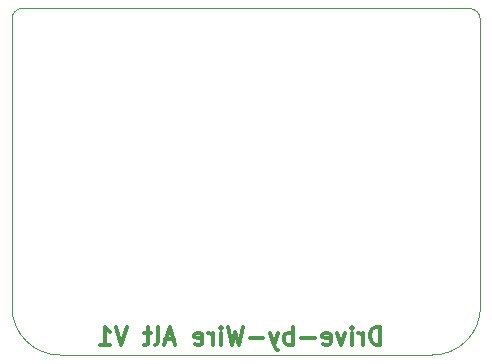
<source format=gbr>
G04 #@! TF.GenerationSoftware,KiCad,Pcbnew,(6.0.0)*
G04 #@! TF.CreationDate,2022-07-24T20:17:49-05:00*
G04 #@! TF.ProjectId,DriveByWireInputAltSTM32QFN28,44726976-6542-4795-9769-7265496e7075,rev?*
G04 #@! TF.SameCoordinates,Original*
G04 #@! TF.FileFunction,Legend,Bot*
G04 #@! TF.FilePolarity,Positive*
%FSLAX46Y46*%
G04 Gerber Fmt 4.6, Leading zero omitted, Abs format (unit mm)*
G04 Created by KiCad (PCBNEW (6.0.0)) date 2022-07-24 20:17:49*
%MOMM*%
%LPD*%
G01*
G04 APERTURE LIST*
G04 #@! TA.AperFunction,Profile*
%ADD10C,0.050000*%
G04 #@! TD*
%ADD11C,0.300000*%
G04 APERTURE END LIST*
D10*
X132588000Y-110680500D02*
G75*
G03*
X136652000Y-114744500I4064000J0D01*
G01*
X172239940Y-86360000D02*
X172250164Y-110667800D01*
X132588000Y-110680500D02*
X132588000Y-86296602D01*
X172239940Y-86360000D02*
G75*
G03*
X171279873Y-85389743I-965162J5095D01*
G01*
X168153080Y-114744500D02*
G75*
G03*
X172250164Y-110667800I22733J4074289D01*
G01*
X171279820Y-85389720D02*
X133489685Y-85389720D01*
X133489685Y-85389720D02*
G75*
G03*
X132588000Y-86296602I0J-901700D01*
G01*
X168153080Y-114744500D02*
X136652000Y-114744500D01*
D11*
X163781428Y-113858571D02*
X163781428Y-112358571D01*
X163424285Y-112358571D01*
X163210000Y-112430000D01*
X163067142Y-112572857D01*
X162995714Y-112715714D01*
X162924285Y-113001428D01*
X162924285Y-113215714D01*
X162995714Y-113501428D01*
X163067142Y-113644285D01*
X163210000Y-113787142D01*
X163424285Y-113858571D01*
X163781428Y-113858571D01*
X162281428Y-113858571D02*
X162281428Y-112858571D01*
X162281428Y-113144285D02*
X162210000Y-113001428D01*
X162138571Y-112930000D01*
X161995714Y-112858571D01*
X161852857Y-112858571D01*
X161352857Y-113858571D02*
X161352857Y-112858571D01*
X161352857Y-112358571D02*
X161424285Y-112430000D01*
X161352857Y-112501428D01*
X161281428Y-112430000D01*
X161352857Y-112358571D01*
X161352857Y-112501428D01*
X160781428Y-112858571D02*
X160424285Y-113858571D01*
X160067142Y-112858571D01*
X158924285Y-113787142D02*
X159067142Y-113858571D01*
X159352857Y-113858571D01*
X159495714Y-113787142D01*
X159567142Y-113644285D01*
X159567142Y-113072857D01*
X159495714Y-112930000D01*
X159352857Y-112858571D01*
X159067142Y-112858571D01*
X158924285Y-112930000D01*
X158852857Y-113072857D01*
X158852857Y-113215714D01*
X159567142Y-113358571D01*
X158210000Y-113287142D02*
X157067142Y-113287142D01*
X156352857Y-113858571D02*
X156352857Y-112358571D01*
X156352857Y-112930000D02*
X156210000Y-112858571D01*
X155924285Y-112858571D01*
X155781428Y-112930000D01*
X155710000Y-113001428D01*
X155638571Y-113144285D01*
X155638571Y-113572857D01*
X155710000Y-113715714D01*
X155781428Y-113787142D01*
X155924285Y-113858571D01*
X156210000Y-113858571D01*
X156352857Y-113787142D01*
X155138571Y-112858571D02*
X154781428Y-113858571D01*
X154424285Y-112858571D02*
X154781428Y-113858571D01*
X154924285Y-114215714D01*
X154995714Y-114287142D01*
X155138571Y-114358571D01*
X153852857Y-113287142D02*
X152710000Y-113287142D01*
X152138571Y-112358571D02*
X151781428Y-113858571D01*
X151495714Y-112787142D01*
X151210000Y-113858571D01*
X150852857Y-112358571D01*
X150281428Y-113858571D02*
X150281428Y-112858571D01*
X150281428Y-112358571D02*
X150352857Y-112430000D01*
X150281428Y-112501428D01*
X150210000Y-112430000D01*
X150281428Y-112358571D01*
X150281428Y-112501428D01*
X149567142Y-113858571D02*
X149567142Y-112858571D01*
X149567142Y-113144285D02*
X149495714Y-113001428D01*
X149424285Y-112930000D01*
X149281428Y-112858571D01*
X149138571Y-112858571D01*
X148067142Y-113787142D02*
X148210000Y-113858571D01*
X148495714Y-113858571D01*
X148638571Y-113787142D01*
X148710000Y-113644285D01*
X148710000Y-113072857D01*
X148638571Y-112930000D01*
X148495714Y-112858571D01*
X148210000Y-112858571D01*
X148067142Y-112930000D01*
X147995714Y-113072857D01*
X147995714Y-113215714D01*
X148710000Y-113358571D01*
X146281428Y-113430000D02*
X145567142Y-113430000D01*
X146424285Y-113858571D02*
X145924285Y-112358571D01*
X145424285Y-113858571D01*
X144710000Y-113858571D02*
X144852857Y-113787142D01*
X144924285Y-113644285D01*
X144924285Y-112358571D01*
X144352857Y-112858571D02*
X143781428Y-112858571D01*
X144138571Y-112358571D02*
X144138571Y-113644285D01*
X144067142Y-113787142D01*
X143924285Y-113858571D01*
X143781428Y-113858571D01*
X142352857Y-112358571D02*
X141852857Y-113858571D01*
X141352857Y-112358571D01*
X140067142Y-113858571D02*
X140924285Y-113858571D01*
X140495714Y-113858571D02*
X140495714Y-112358571D01*
X140638571Y-112572857D01*
X140781428Y-112715714D01*
X140924285Y-112787142D01*
M02*

</source>
